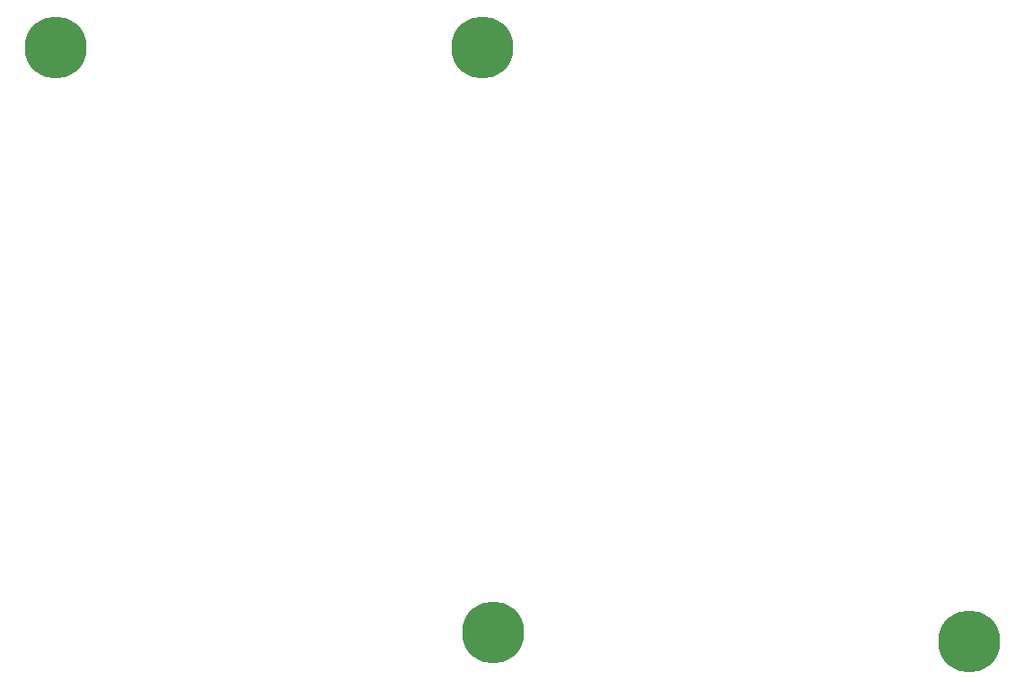
<source format=gbr>
G04 EAGLE Gerber RS-274X export*
G75*
%MOMM*%
%FSLAX34Y34*%
%LPD*%
%INBottom Copper*%
%IPPOS*%
%AMOC8*
5,1,8,0,0,1.08239X$1,22.5*%
G01*
%ADD10C,5.842000*%


D10*
X649829Y838155D03*
X247329Y838755D03*
X1108429Y277755D03*
X659529Y286755D03*
M02*

</source>
